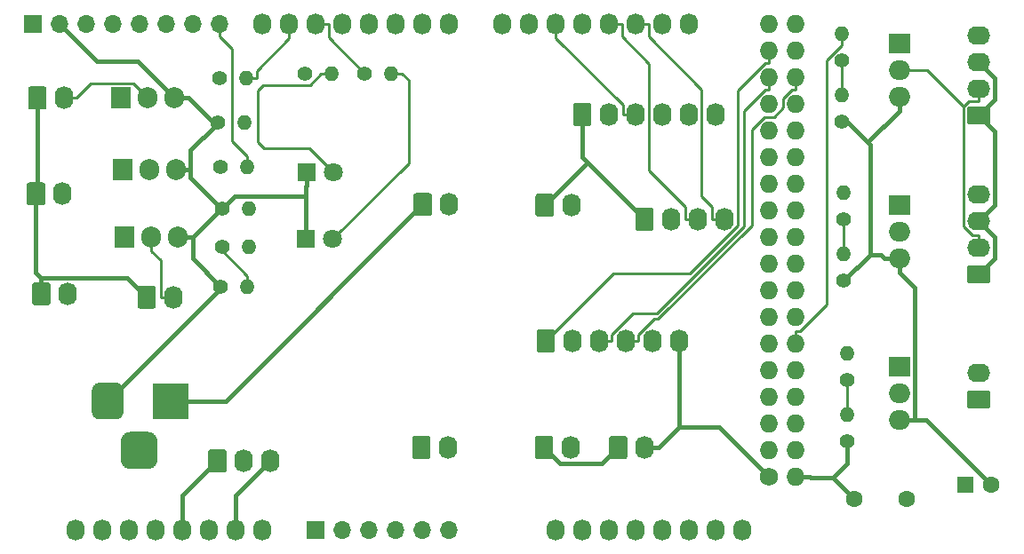
<source format=gbr>
G04 #@! TF.GenerationSoftware,KiCad,Pcbnew,(5.1.5-0-10_14)*
G04 #@! TF.CreationDate,2022-04-09T08:42:43+10:00*
G04 #@! TF.ProjectId,Hornet Forward Output Upper Shield,486f726e-6574-4204-966f-727761726420,rev?*
G04 #@! TF.SameCoordinates,Original*
G04 #@! TF.FileFunction,Copper,L2,Bot*
G04 #@! TF.FilePolarity,Positive*
%FSLAX46Y46*%
G04 Gerber Fmt 4.6, Leading zero omitted, Abs format (unit mm)*
G04 Created by KiCad (PCBNEW (5.1.5-0-10_14)) date 2022-04-09 08:42:43*
%MOMM*%
%LPD*%
G04 APERTURE LIST*
%ADD10O,1.740000X2.200000*%
%ADD11C,0.100000*%
%ADD12C,1.400000*%
%ADD13O,1.400000X1.400000*%
%ADD14O,1.905000X2.000000*%
%ADD15R,1.905000X2.000000*%
%ADD16O,2.000000X1.905000*%
%ADD17R,2.000000X1.905000*%
%ADD18C,1.600000*%
%ADD19R,1.600000X1.600000*%
%ADD20O,2.200000X1.740000*%
%ADD21R,3.500000X3.500000*%
%ADD22C,1.800000*%
%ADD23R,1.800000X1.800000*%
%ADD24O,1.700000X1.700000*%
%ADD25R,1.700000X1.700000*%
%ADD26C,1.727200*%
%ADD27O,1.727200X1.727200*%
%ADD28O,1.727200X2.032000*%
%ADD29C,0.450000*%
%ADD30C,0.250000*%
G04 APERTURE END LIST*
D10*
X188773000Y-101092000D03*
X186233000Y-101092000D03*
X183693000Y-101092000D03*
X181153000Y-101092000D03*
X178613000Y-101092000D03*
G04 #@! TA.AperFunction,ComponentPad*
D11*
G36*
X176717505Y-99993204D02*
G01*
X176741773Y-99996804D01*
X176765572Y-100002765D01*
X176788671Y-100011030D01*
X176810850Y-100021520D01*
X176831893Y-100034132D01*
X176851599Y-100048747D01*
X176869777Y-100065223D01*
X176886253Y-100083401D01*
X176900868Y-100103107D01*
X176913480Y-100124150D01*
X176923970Y-100146329D01*
X176932235Y-100169428D01*
X176938196Y-100193227D01*
X176941796Y-100217495D01*
X176943000Y-100241999D01*
X176943000Y-101942001D01*
X176941796Y-101966505D01*
X176938196Y-101990773D01*
X176932235Y-102014572D01*
X176923970Y-102037671D01*
X176913480Y-102059850D01*
X176900868Y-102080893D01*
X176886253Y-102100599D01*
X176869777Y-102118777D01*
X176851599Y-102135253D01*
X176831893Y-102149868D01*
X176810850Y-102162480D01*
X176788671Y-102172970D01*
X176765572Y-102181235D01*
X176741773Y-102187196D01*
X176717505Y-102190796D01*
X176693001Y-102192000D01*
X175452999Y-102192000D01*
X175428495Y-102190796D01*
X175404227Y-102187196D01*
X175380428Y-102181235D01*
X175357329Y-102172970D01*
X175335150Y-102162480D01*
X175314107Y-102149868D01*
X175294401Y-102135253D01*
X175276223Y-102118777D01*
X175259747Y-102100599D01*
X175245132Y-102080893D01*
X175232520Y-102059850D01*
X175222030Y-102037671D01*
X175213765Y-102014572D01*
X175207804Y-101990773D01*
X175204204Y-101966505D01*
X175203000Y-101942001D01*
X175203000Y-100241999D01*
X175204204Y-100217495D01*
X175207804Y-100193227D01*
X175213765Y-100169428D01*
X175222030Y-100146329D01*
X175232520Y-100124150D01*
X175245132Y-100103107D01*
X175259747Y-100083401D01*
X175276223Y-100065223D01*
X175294401Y-100048747D01*
X175314107Y-100034132D01*
X175335150Y-100021520D01*
X175357329Y-100011030D01*
X175380428Y-100002765D01*
X175404227Y-99996804D01*
X175428495Y-99993204D01*
X175452999Y-99992000D01*
X176693001Y-99992000D01*
X176717505Y-99993204D01*
G37*
G04 #@! TD.AperFunction*
D10*
X178447000Y-111252000D03*
G04 #@! TA.AperFunction,ComponentPad*
D11*
G36*
X176551505Y-110153204D02*
G01*
X176575773Y-110156804D01*
X176599572Y-110162765D01*
X176622671Y-110171030D01*
X176644850Y-110181520D01*
X176665893Y-110194132D01*
X176685599Y-110208747D01*
X176703777Y-110225223D01*
X176720253Y-110243401D01*
X176734868Y-110263107D01*
X176747480Y-110284150D01*
X176757970Y-110306329D01*
X176766235Y-110329428D01*
X176772196Y-110353227D01*
X176775796Y-110377495D01*
X176777000Y-110401999D01*
X176777000Y-112102001D01*
X176775796Y-112126505D01*
X176772196Y-112150773D01*
X176766235Y-112174572D01*
X176757970Y-112197671D01*
X176747480Y-112219850D01*
X176734868Y-112240893D01*
X176720253Y-112260599D01*
X176703777Y-112278777D01*
X176685599Y-112295253D01*
X176665893Y-112309868D01*
X176644850Y-112322480D01*
X176622671Y-112332970D01*
X176599572Y-112341235D01*
X176575773Y-112347196D01*
X176551505Y-112350796D01*
X176527001Y-112352000D01*
X175286999Y-112352000D01*
X175262495Y-112350796D01*
X175238227Y-112347196D01*
X175214428Y-112341235D01*
X175191329Y-112332970D01*
X175169150Y-112322480D01*
X175148107Y-112309868D01*
X175128401Y-112295253D01*
X175110223Y-112278777D01*
X175093747Y-112260599D01*
X175079132Y-112240893D01*
X175066520Y-112219850D01*
X175056030Y-112197671D01*
X175047765Y-112174572D01*
X175041804Y-112150773D01*
X175038204Y-112126505D01*
X175037000Y-112102001D01*
X175037000Y-110401999D01*
X175038204Y-110377495D01*
X175041804Y-110353227D01*
X175047765Y-110329428D01*
X175056030Y-110306329D01*
X175066520Y-110284150D01*
X175079132Y-110263107D01*
X175093747Y-110243401D01*
X175110223Y-110225223D01*
X175128401Y-110208747D01*
X175148107Y-110194132D01*
X175169150Y-110181520D01*
X175191329Y-110171030D01*
X175214428Y-110162765D01*
X175238227Y-110156804D01*
X175262495Y-110153204D01*
X175286999Y-110152000D01*
X176527001Y-110152000D01*
X176551505Y-110153204D01*
G37*
G04 #@! TD.AperFunction*
D10*
X166763000Y-111252000D03*
G04 #@! TA.AperFunction,ComponentPad*
D11*
G36*
X164867505Y-110153204D02*
G01*
X164891773Y-110156804D01*
X164915572Y-110162765D01*
X164938671Y-110171030D01*
X164960850Y-110181520D01*
X164981893Y-110194132D01*
X165001599Y-110208747D01*
X165019777Y-110225223D01*
X165036253Y-110243401D01*
X165050868Y-110263107D01*
X165063480Y-110284150D01*
X165073970Y-110306329D01*
X165082235Y-110329428D01*
X165088196Y-110353227D01*
X165091796Y-110377495D01*
X165093000Y-110401999D01*
X165093000Y-112102001D01*
X165091796Y-112126505D01*
X165088196Y-112150773D01*
X165082235Y-112174572D01*
X165073970Y-112197671D01*
X165063480Y-112219850D01*
X165050868Y-112240893D01*
X165036253Y-112260599D01*
X165019777Y-112278777D01*
X165001599Y-112295253D01*
X164981893Y-112309868D01*
X164960850Y-112322480D01*
X164938671Y-112332970D01*
X164915572Y-112341235D01*
X164891773Y-112347196D01*
X164867505Y-112350796D01*
X164843001Y-112352000D01*
X163602999Y-112352000D01*
X163578495Y-112350796D01*
X163554227Y-112347196D01*
X163530428Y-112341235D01*
X163507329Y-112332970D01*
X163485150Y-112322480D01*
X163464107Y-112309868D01*
X163444401Y-112295253D01*
X163426223Y-112278777D01*
X163409747Y-112260599D01*
X163395132Y-112240893D01*
X163382520Y-112219850D01*
X163372030Y-112197671D01*
X163363765Y-112174572D01*
X163357804Y-112150773D01*
X163354204Y-112126505D01*
X163353000Y-112102001D01*
X163353000Y-110401999D01*
X163354204Y-110377495D01*
X163357804Y-110353227D01*
X163363765Y-110329428D01*
X163372030Y-110306329D01*
X163382520Y-110284150D01*
X163395132Y-110263107D01*
X163409747Y-110243401D01*
X163426223Y-110225223D01*
X163444401Y-110208747D01*
X163464107Y-110194132D01*
X163485150Y-110181520D01*
X163507329Y-110171030D01*
X163530428Y-110162765D01*
X163554227Y-110156804D01*
X163578495Y-110153204D01*
X163602999Y-110152000D01*
X164843001Y-110152000D01*
X164867505Y-110153204D01*
G37*
G04 #@! TD.AperFunction*
D12*
X144844000Y-80264000D03*
D13*
X147384000Y-80264000D03*
D12*
X144970000Y-76009500D03*
D13*
X147510000Y-76009500D03*
D14*
X140652000Y-77851000D03*
X138112000Y-77851000D03*
D15*
X135572000Y-77851000D03*
D10*
X130175000Y-77914500D03*
G04 #@! TA.AperFunction,ComponentPad*
D11*
G36*
X128279505Y-76815704D02*
G01*
X128303773Y-76819304D01*
X128327572Y-76825265D01*
X128350671Y-76833530D01*
X128372850Y-76844020D01*
X128393893Y-76856632D01*
X128413599Y-76871247D01*
X128431777Y-76887723D01*
X128448253Y-76905901D01*
X128462868Y-76925607D01*
X128475480Y-76946650D01*
X128485970Y-76968829D01*
X128494235Y-76991928D01*
X128500196Y-77015727D01*
X128503796Y-77039995D01*
X128505000Y-77064499D01*
X128505000Y-78764501D01*
X128503796Y-78789005D01*
X128500196Y-78813273D01*
X128494235Y-78837072D01*
X128485970Y-78860171D01*
X128475480Y-78882350D01*
X128462868Y-78903393D01*
X128448253Y-78923099D01*
X128431777Y-78941277D01*
X128413599Y-78957753D01*
X128393893Y-78972368D01*
X128372850Y-78984980D01*
X128350671Y-78995470D01*
X128327572Y-79003735D01*
X128303773Y-79009696D01*
X128279505Y-79013296D01*
X128255001Y-79014500D01*
X127014999Y-79014500D01*
X126990495Y-79013296D01*
X126966227Y-79009696D01*
X126942428Y-79003735D01*
X126919329Y-78995470D01*
X126897150Y-78984980D01*
X126876107Y-78972368D01*
X126856401Y-78957753D01*
X126838223Y-78941277D01*
X126821747Y-78923099D01*
X126807132Y-78903393D01*
X126794520Y-78882350D01*
X126784030Y-78860171D01*
X126775765Y-78837072D01*
X126769804Y-78813273D01*
X126766204Y-78789005D01*
X126765000Y-78764501D01*
X126765000Y-77064499D01*
X126766204Y-77039995D01*
X126769804Y-77015727D01*
X126775765Y-76991928D01*
X126784030Y-76968829D01*
X126794520Y-76946650D01*
X126807132Y-76925607D01*
X126821747Y-76905901D01*
X126838223Y-76887723D01*
X126856401Y-76871247D01*
X126876107Y-76856632D01*
X126897150Y-76844020D01*
X126919329Y-76833530D01*
X126942428Y-76825265D01*
X126966227Y-76819304D01*
X126990495Y-76815704D01*
X127014999Y-76814500D01*
X128255001Y-76814500D01*
X128279505Y-76815704D01*
G37*
G04 #@! TD.AperFunction*
D14*
X141034000Y-91186000D03*
X138494000Y-91186000D03*
D15*
X135954000Y-91186000D03*
D16*
X209740000Y-108585000D03*
X209740000Y-106045000D03*
D17*
X209740000Y-103505000D03*
D14*
X140843000Y-84709000D03*
X138303000Y-84709000D03*
D15*
X135763000Y-84709000D03*
D16*
X209740000Y-93186200D03*
X209740000Y-90646200D03*
D17*
X209740000Y-88106200D03*
D16*
X209740000Y-77787500D03*
X209740000Y-75247500D03*
D17*
X209740000Y-72707500D03*
D12*
X145288000Y-88455500D03*
D13*
X147828000Y-88455500D03*
D12*
X204280000Y-80200500D03*
D13*
X204280000Y-77660500D03*
D12*
X204470000Y-95313500D03*
D13*
X204470000Y-92773500D03*
D12*
X145098000Y-95885000D03*
D13*
X147638000Y-95885000D03*
D12*
X204788000Y-110616000D03*
D13*
X204788000Y-108076000D03*
D18*
X205414000Y-116129000D03*
X210414000Y-116129000D03*
X218502000Y-114808000D03*
D19*
X216002000Y-114808000D03*
D10*
X140589000Y-96901000D03*
G04 #@! TA.AperFunction,ComponentPad*
D11*
G36*
X138693505Y-95802204D02*
G01*
X138717773Y-95805804D01*
X138741572Y-95811765D01*
X138764671Y-95820030D01*
X138786850Y-95830520D01*
X138807893Y-95843132D01*
X138827599Y-95857747D01*
X138845777Y-95874223D01*
X138862253Y-95892401D01*
X138876868Y-95912107D01*
X138889480Y-95933150D01*
X138899970Y-95955329D01*
X138908235Y-95978428D01*
X138914196Y-96002227D01*
X138917796Y-96026495D01*
X138919000Y-96050999D01*
X138919000Y-97751001D01*
X138917796Y-97775505D01*
X138914196Y-97799773D01*
X138908235Y-97823572D01*
X138899970Y-97846671D01*
X138889480Y-97868850D01*
X138876868Y-97889893D01*
X138862253Y-97909599D01*
X138845777Y-97927777D01*
X138827599Y-97944253D01*
X138807893Y-97958868D01*
X138786850Y-97971480D01*
X138764671Y-97981970D01*
X138741572Y-97990235D01*
X138717773Y-97996196D01*
X138693505Y-97999796D01*
X138669001Y-98001000D01*
X137428999Y-98001000D01*
X137404495Y-97999796D01*
X137380227Y-97996196D01*
X137356428Y-97990235D01*
X137333329Y-97981970D01*
X137311150Y-97971480D01*
X137290107Y-97958868D01*
X137270401Y-97944253D01*
X137252223Y-97927777D01*
X137235747Y-97909599D01*
X137221132Y-97889893D01*
X137208520Y-97868850D01*
X137198030Y-97846671D01*
X137189765Y-97823572D01*
X137183804Y-97799773D01*
X137180204Y-97775505D01*
X137179000Y-97751001D01*
X137179000Y-96050999D01*
X137180204Y-96026495D01*
X137183804Y-96002227D01*
X137189765Y-95978428D01*
X137198030Y-95955329D01*
X137208520Y-95933150D01*
X137221132Y-95912107D01*
X137235747Y-95892401D01*
X137252223Y-95874223D01*
X137270401Y-95857747D01*
X137290107Y-95843132D01*
X137311150Y-95830520D01*
X137333329Y-95820030D01*
X137356428Y-95811765D01*
X137380227Y-95805804D01*
X137404495Y-95802204D01*
X137428999Y-95801000D01*
X138669001Y-95801000D01*
X138693505Y-95802204D01*
G37*
G04 #@! TD.AperFunction*
D20*
X217297000Y-104140000D03*
G04 #@! TA.AperFunction,ComponentPad*
D11*
G36*
X218171505Y-105811204D02*
G01*
X218195773Y-105814804D01*
X218219572Y-105820765D01*
X218242671Y-105829030D01*
X218264850Y-105839520D01*
X218285893Y-105852132D01*
X218305599Y-105866747D01*
X218323777Y-105883223D01*
X218340253Y-105901401D01*
X218354868Y-105921107D01*
X218367480Y-105942150D01*
X218377970Y-105964329D01*
X218386235Y-105987428D01*
X218392196Y-106011227D01*
X218395796Y-106035495D01*
X218397000Y-106059999D01*
X218397000Y-107300001D01*
X218395796Y-107324505D01*
X218392196Y-107348773D01*
X218386235Y-107372572D01*
X218377970Y-107395671D01*
X218367480Y-107417850D01*
X218354868Y-107438893D01*
X218340253Y-107458599D01*
X218323777Y-107476777D01*
X218305599Y-107493253D01*
X218285893Y-107507868D01*
X218264850Y-107520480D01*
X218242671Y-107530970D01*
X218219572Y-107539235D01*
X218195773Y-107545196D01*
X218171505Y-107548796D01*
X218147001Y-107550000D01*
X216446999Y-107550000D01*
X216422495Y-107548796D01*
X216398227Y-107545196D01*
X216374428Y-107539235D01*
X216351329Y-107530970D01*
X216329150Y-107520480D01*
X216308107Y-107507868D01*
X216288401Y-107493253D01*
X216270223Y-107476777D01*
X216253747Y-107458599D01*
X216239132Y-107438893D01*
X216226520Y-107417850D01*
X216216030Y-107395671D01*
X216207765Y-107372572D01*
X216201804Y-107348773D01*
X216198204Y-107324505D01*
X216197000Y-107300001D01*
X216197000Y-106059999D01*
X216198204Y-106035495D01*
X216201804Y-106011227D01*
X216207765Y-105987428D01*
X216216030Y-105964329D01*
X216226520Y-105942150D01*
X216239132Y-105921107D01*
X216253747Y-105901401D01*
X216270223Y-105883223D01*
X216288401Y-105866747D01*
X216308107Y-105852132D01*
X216329150Y-105839520D01*
X216351329Y-105829030D01*
X216374428Y-105820765D01*
X216398227Y-105814804D01*
X216422495Y-105811204D01*
X216446999Y-105810000D01*
X218147001Y-105810000D01*
X218171505Y-105811204D01*
G37*
G04 #@! TD.AperFunction*
D12*
X145224000Y-92138500D03*
D13*
X147764000Y-92138500D03*
D12*
X204788000Y-104774000D03*
D13*
X204788000Y-102234000D03*
D12*
X145098000Y-84455000D03*
D13*
X147638000Y-84455000D03*
D12*
X204470000Y-89471500D03*
D13*
X204470000Y-86931500D03*
D12*
X204280000Y-74358500D03*
D13*
X204280000Y-71818500D03*
D20*
X217297000Y-71945500D03*
X217297000Y-74485500D03*
X217297000Y-77025500D03*
G04 #@! TA.AperFunction,ComponentPad*
D11*
G36*
X218171505Y-78696704D02*
G01*
X218195773Y-78700304D01*
X218219572Y-78706265D01*
X218242671Y-78714530D01*
X218264850Y-78725020D01*
X218285893Y-78737632D01*
X218305599Y-78752247D01*
X218323777Y-78768723D01*
X218340253Y-78786901D01*
X218354868Y-78806607D01*
X218367480Y-78827650D01*
X218377970Y-78849829D01*
X218386235Y-78872928D01*
X218392196Y-78896727D01*
X218395796Y-78920995D01*
X218397000Y-78945499D01*
X218397000Y-80185501D01*
X218395796Y-80210005D01*
X218392196Y-80234273D01*
X218386235Y-80258072D01*
X218377970Y-80281171D01*
X218367480Y-80303350D01*
X218354868Y-80324393D01*
X218340253Y-80344099D01*
X218323777Y-80362277D01*
X218305599Y-80378753D01*
X218285893Y-80393368D01*
X218264850Y-80405980D01*
X218242671Y-80416470D01*
X218219572Y-80424735D01*
X218195773Y-80430696D01*
X218171505Y-80434296D01*
X218147001Y-80435500D01*
X216446999Y-80435500D01*
X216422495Y-80434296D01*
X216398227Y-80430696D01*
X216374428Y-80424735D01*
X216351329Y-80416470D01*
X216329150Y-80405980D01*
X216308107Y-80393368D01*
X216288401Y-80378753D01*
X216270223Y-80362277D01*
X216253747Y-80344099D01*
X216239132Y-80324393D01*
X216226520Y-80303350D01*
X216216030Y-80281171D01*
X216207765Y-80258072D01*
X216201804Y-80234273D01*
X216198204Y-80210005D01*
X216197000Y-80185501D01*
X216197000Y-78945499D01*
X216198204Y-78920995D01*
X216201804Y-78896727D01*
X216207765Y-78872928D01*
X216216030Y-78849829D01*
X216226520Y-78827650D01*
X216239132Y-78806607D01*
X216253747Y-78786901D01*
X216270223Y-78768723D01*
X216288401Y-78752247D01*
X216308107Y-78737632D01*
X216329150Y-78725020D01*
X216351329Y-78714530D01*
X216374428Y-78706265D01*
X216398227Y-78700304D01*
X216422495Y-78696704D01*
X216446999Y-78695500D01*
X218147001Y-78695500D01*
X218171505Y-78696704D01*
G37*
G04 #@! TD.AperFunction*
D10*
X130048000Y-87058500D03*
G04 #@! TA.AperFunction,ComponentPad*
D11*
G36*
X128152505Y-85959704D02*
G01*
X128176773Y-85963304D01*
X128200572Y-85969265D01*
X128223671Y-85977530D01*
X128245850Y-85988020D01*
X128266893Y-86000632D01*
X128286599Y-86015247D01*
X128304777Y-86031723D01*
X128321253Y-86049901D01*
X128335868Y-86069607D01*
X128348480Y-86090650D01*
X128358970Y-86112829D01*
X128367235Y-86135928D01*
X128373196Y-86159727D01*
X128376796Y-86183995D01*
X128378000Y-86208499D01*
X128378000Y-87908501D01*
X128376796Y-87933005D01*
X128373196Y-87957273D01*
X128367235Y-87981072D01*
X128358970Y-88004171D01*
X128348480Y-88026350D01*
X128335868Y-88047393D01*
X128321253Y-88067099D01*
X128304777Y-88085277D01*
X128286599Y-88101753D01*
X128266893Y-88116368D01*
X128245850Y-88128980D01*
X128223671Y-88139470D01*
X128200572Y-88147735D01*
X128176773Y-88153696D01*
X128152505Y-88157296D01*
X128128001Y-88158500D01*
X126887999Y-88158500D01*
X126863495Y-88157296D01*
X126839227Y-88153696D01*
X126815428Y-88147735D01*
X126792329Y-88139470D01*
X126770150Y-88128980D01*
X126749107Y-88116368D01*
X126729401Y-88101753D01*
X126711223Y-88085277D01*
X126694747Y-88067099D01*
X126680132Y-88047393D01*
X126667520Y-88026350D01*
X126657030Y-88004171D01*
X126648765Y-87981072D01*
X126642804Y-87957273D01*
X126639204Y-87933005D01*
X126638000Y-87908501D01*
X126638000Y-86208499D01*
X126639204Y-86183995D01*
X126642804Y-86159727D01*
X126648765Y-86135928D01*
X126657030Y-86112829D01*
X126667520Y-86090650D01*
X126680132Y-86069607D01*
X126694747Y-86049901D01*
X126711223Y-86031723D01*
X126729401Y-86015247D01*
X126749107Y-86000632D01*
X126770150Y-85988020D01*
X126792329Y-85977530D01*
X126815428Y-85969265D01*
X126839227Y-85963304D01*
X126863495Y-85959704D01*
X126887999Y-85958500D01*
X128128001Y-85958500D01*
X128152505Y-85959704D01*
G37*
G04 #@! TD.AperFunction*
D20*
X217297000Y-87122000D03*
X217297000Y-89662000D03*
X217297000Y-92202000D03*
G04 #@! TA.AperFunction,ComponentPad*
D11*
G36*
X218171505Y-93873204D02*
G01*
X218195773Y-93876804D01*
X218219572Y-93882765D01*
X218242671Y-93891030D01*
X218264850Y-93901520D01*
X218285893Y-93914132D01*
X218305599Y-93928747D01*
X218323777Y-93945223D01*
X218340253Y-93963401D01*
X218354868Y-93983107D01*
X218367480Y-94004150D01*
X218377970Y-94026329D01*
X218386235Y-94049428D01*
X218392196Y-94073227D01*
X218395796Y-94097495D01*
X218397000Y-94121999D01*
X218397000Y-95362001D01*
X218395796Y-95386505D01*
X218392196Y-95410773D01*
X218386235Y-95434572D01*
X218377970Y-95457671D01*
X218367480Y-95479850D01*
X218354868Y-95500893D01*
X218340253Y-95520599D01*
X218323777Y-95538777D01*
X218305599Y-95555253D01*
X218285893Y-95569868D01*
X218264850Y-95582480D01*
X218242671Y-95592970D01*
X218219572Y-95601235D01*
X218195773Y-95607196D01*
X218171505Y-95610796D01*
X218147001Y-95612000D01*
X216446999Y-95612000D01*
X216422495Y-95610796D01*
X216398227Y-95607196D01*
X216374428Y-95601235D01*
X216351329Y-95592970D01*
X216329150Y-95582480D01*
X216308107Y-95569868D01*
X216288401Y-95555253D01*
X216270223Y-95538777D01*
X216253747Y-95520599D01*
X216239132Y-95500893D01*
X216226520Y-95479850D01*
X216216030Y-95457671D01*
X216207765Y-95434572D01*
X216201804Y-95410773D01*
X216198204Y-95386505D01*
X216197000Y-95362001D01*
X216197000Y-94121999D01*
X216198204Y-94097495D01*
X216201804Y-94073227D01*
X216207765Y-94049428D01*
X216216030Y-94026329D01*
X216226520Y-94004150D01*
X216239132Y-93983107D01*
X216253747Y-93963401D01*
X216270223Y-93945223D01*
X216288401Y-93928747D01*
X216308107Y-93914132D01*
X216329150Y-93901520D01*
X216351329Y-93891030D01*
X216374428Y-93882765D01*
X216398227Y-93876804D01*
X216422495Y-93873204D01*
X216446999Y-93872000D01*
X218147001Y-93872000D01*
X218171505Y-93873204D01*
G37*
G04 #@! TD.AperFunction*
D10*
X130556000Y-96583500D03*
G04 #@! TA.AperFunction,ComponentPad*
D11*
G36*
X128660505Y-95484704D02*
G01*
X128684773Y-95488304D01*
X128708572Y-95494265D01*
X128731671Y-95502530D01*
X128753850Y-95513020D01*
X128774893Y-95525632D01*
X128794599Y-95540247D01*
X128812777Y-95556723D01*
X128829253Y-95574901D01*
X128843868Y-95594607D01*
X128856480Y-95615650D01*
X128866970Y-95637829D01*
X128875235Y-95660928D01*
X128881196Y-95684727D01*
X128884796Y-95708995D01*
X128886000Y-95733499D01*
X128886000Y-97433501D01*
X128884796Y-97458005D01*
X128881196Y-97482273D01*
X128875235Y-97506072D01*
X128866970Y-97529171D01*
X128856480Y-97551350D01*
X128843868Y-97572393D01*
X128829253Y-97592099D01*
X128812777Y-97610277D01*
X128794599Y-97626753D01*
X128774893Y-97641368D01*
X128753850Y-97653980D01*
X128731671Y-97664470D01*
X128708572Y-97672735D01*
X128684773Y-97678696D01*
X128660505Y-97682296D01*
X128636001Y-97683500D01*
X127395999Y-97683500D01*
X127371495Y-97682296D01*
X127347227Y-97678696D01*
X127323428Y-97672735D01*
X127300329Y-97664470D01*
X127278150Y-97653980D01*
X127257107Y-97641368D01*
X127237401Y-97626753D01*
X127219223Y-97610277D01*
X127202747Y-97592099D01*
X127188132Y-97572393D01*
X127175520Y-97551350D01*
X127165030Y-97529171D01*
X127156765Y-97506072D01*
X127150804Y-97482273D01*
X127147204Y-97458005D01*
X127146000Y-97433501D01*
X127146000Y-95733499D01*
X127147204Y-95708995D01*
X127150804Y-95684727D01*
X127156765Y-95660928D01*
X127165030Y-95637829D01*
X127175520Y-95615650D01*
X127188132Y-95594607D01*
X127202747Y-95574901D01*
X127219223Y-95556723D01*
X127237401Y-95540247D01*
X127257107Y-95525632D01*
X127278150Y-95513020D01*
X127300329Y-95502530D01*
X127323428Y-95494265D01*
X127347227Y-95488304D01*
X127371495Y-95484704D01*
X127395999Y-95483500D01*
X128636001Y-95483500D01*
X128660505Y-95484704D01*
G37*
G04 #@! TD.AperFunction*
D10*
X185496000Y-111252000D03*
G04 #@! TA.AperFunction,ComponentPad*
D11*
G36*
X183600505Y-110153204D02*
G01*
X183624773Y-110156804D01*
X183648572Y-110162765D01*
X183671671Y-110171030D01*
X183693850Y-110181520D01*
X183714893Y-110194132D01*
X183734599Y-110208747D01*
X183752777Y-110225223D01*
X183769253Y-110243401D01*
X183783868Y-110263107D01*
X183796480Y-110284150D01*
X183806970Y-110306329D01*
X183815235Y-110329428D01*
X183821196Y-110353227D01*
X183824796Y-110377495D01*
X183826000Y-110401999D01*
X183826000Y-112102001D01*
X183824796Y-112126505D01*
X183821196Y-112150773D01*
X183815235Y-112174572D01*
X183806970Y-112197671D01*
X183796480Y-112219850D01*
X183783868Y-112240893D01*
X183769253Y-112260599D01*
X183752777Y-112278777D01*
X183734599Y-112295253D01*
X183714893Y-112309868D01*
X183693850Y-112322480D01*
X183671671Y-112332970D01*
X183648572Y-112341235D01*
X183624773Y-112347196D01*
X183600505Y-112350796D01*
X183576001Y-112352000D01*
X182335999Y-112352000D01*
X182311495Y-112350796D01*
X182287227Y-112347196D01*
X182263428Y-112341235D01*
X182240329Y-112332970D01*
X182218150Y-112322480D01*
X182197107Y-112309868D01*
X182177401Y-112295253D01*
X182159223Y-112278777D01*
X182142747Y-112260599D01*
X182128132Y-112240893D01*
X182115520Y-112219850D01*
X182105030Y-112197671D01*
X182096765Y-112174572D01*
X182090804Y-112150773D01*
X182087204Y-112126505D01*
X182086000Y-112102001D01*
X182086000Y-110401999D01*
X182087204Y-110377495D01*
X182090804Y-110353227D01*
X182096765Y-110329428D01*
X182105030Y-110306329D01*
X182115520Y-110284150D01*
X182128132Y-110263107D01*
X182142747Y-110243401D01*
X182159223Y-110225223D01*
X182177401Y-110208747D01*
X182197107Y-110194132D01*
X182218150Y-110181520D01*
X182240329Y-110171030D01*
X182263428Y-110162765D01*
X182287227Y-110156804D01*
X182311495Y-110153204D01*
X182335999Y-110152000D01*
X183576001Y-110152000D01*
X183600505Y-110153204D01*
G37*
G04 #@! TD.AperFunction*
D10*
X149860000Y-112522000D03*
X147320000Y-112522000D03*
G04 #@! TA.AperFunction,ComponentPad*
D11*
G36*
X145424505Y-111423204D02*
G01*
X145448773Y-111426804D01*
X145472572Y-111432765D01*
X145495671Y-111441030D01*
X145517850Y-111451520D01*
X145538893Y-111464132D01*
X145558599Y-111478747D01*
X145576777Y-111495223D01*
X145593253Y-111513401D01*
X145607868Y-111533107D01*
X145620480Y-111554150D01*
X145630970Y-111576329D01*
X145639235Y-111599428D01*
X145645196Y-111623227D01*
X145648796Y-111647495D01*
X145650000Y-111671999D01*
X145650000Y-113372001D01*
X145648796Y-113396505D01*
X145645196Y-113420773D01*
X145639235Y-113444572D01*
X145630970Y-113467671D01*
X145620480Y-113489850D01*
X145607868Y-113510893D01*
X145593253Y-113530599D01*
X145576777Y-113548777D01*
X145558599Y-113565253D01*
X145538893Y-113579868D01*
X145517850Y-113592480D01*
X145495671Y-113602970D01*
X145472572Y-113611235D01*
X145448773Y-113617196D01*
X145424505Y-113620796D01*
X145400001Y-113622000D01*
X144159999Y-113622000D01*
X144135495Y-113620796D01*
X144111227Y-113617196D01*
X144087428Y-113611235D01*
X144064329Y-113602970D01*
X144042150Y-113592480D01*
X144021107Y-113579868D01*
X144001401Y-113565253D01*
X143983223Y-113548777D01*
X143966747Y-113530599D01*
X143952132Y-113510893D01*
X143939520Y-113489850D01*
X143929030Y-113467671D01*
X143920765Y-113444572D01*
X143914804Y-113420773D01*
X143911204Y-113396505D01*
X143910000Y-113372001D01*
X143910000Y-111671999D01*
X143911204Y-111647495D01*
X143914804Y-111623227D01*
X143920765Y-111599428D01*
X143929030Y-111576329D01*
X143939520Y-111554150D01*
X143952132Y-111533107D01*
X143966747Y-111513401D01*
X143983223Y-111495223D01*
X144001401Y-111478747D01*
X144021107Y-111464132D01*
X144042150Y-111451520D01*
X144064329Y-111441030D01*
X144087428Y-111432765D01*
X144111227Y-111426804D01*
X144135495Y-111423204D01*
X144159999Y-111422000D01*
X145400001Y-111422000D01*
X145424505Y-111423204D01*
G37*
G04 #@! TD.AperFunction*
D10*
X166878000Y-88074500D03*
G04 #@! TA.AperFunction,ComponentPad*
D11*
G36*
X164982505Y-86975704D02*
G01*
X165006773Y-86979304D01*
X165030572Y-86985265D01*
X165053671Y-86993530D01*
X165075850Y-87004020D01*
X165096893Y-87016632D01*
X165116599Y-87031247D01*
X165134777Y-87047723D01*
X165151253Y-87065901D01*
X165165868Y-87085607D01*
X165178480Y-87106650D01*
X165188970Y-87128829D01*
X165197235Y-87151928D01*
X165203196Y-87175727D01*
X165206796Y-87199995D01*
X165208000Y-87224499D01*
X165208000Y-88924501D01*
X165206796Y-88949005D01*
X165203196Y-88973273D01*
X165197235Y-88997072D01*
X165188970Y-89020171D01*
X165178480Y-89042350D01*
X165165868Y-89063393D01*
X165151253Y-89083099D01*
X165134777Y-89101277D01*
X165116599Y-89117753D01*
X165096893Y-89132368D01*
X165075850Y-89144980D01*
X165053671Y-89155470D01*
X165030572Y-89163735D01*
X165006773Y-89169696D01*
X164982505Y-89173296D01*
X164958001Y-89174500D01*
X163717999Y-89174500D01*
X163693495Y-89173296D01*
X163669227Y-89169696D01*
X163645428Y-89163735D01*
X163622329Y-89155470D01*
X163600150Y-89144980D01*
X163579107Y-89132368D01*
X163559401Y-89117753D01*
X163541223Y-89101277D01*
X163524747Y-89083099D01*
X163510132Y-89063393D01*
X163497520Y-89042350D01*
X163487030Y-89020171D01*
X163478765Y-88997072D01*
X163472804Y-88973273D01*
X163469204Y-88949005D01*
X163468000Y-88924501D01*
X163468000Y-87224499D01*
X163469204Y-87199995D01*
X163472804Y-87175727D01*
X163478765Y-87151928D01*
X163487030Y-87128829D01*
X163497520Y-87106650D01*
X163510132Y-87085607D01*
X163524747Y-87065901D01*
X163541223Y-87047723D01*
X163559401Y-87031247D01*
X163579107Y-87016632D01*
X163600150Y-87004020D01*
X163622329Y-86993530D01*
X163645428Y-86985265D01*
X163669227Y-86979304D01*
X163693495Y-86975704D01*
X163717999Y-86974500D01*
X164958001Y-86974500D01*
X164982505Y-86975704D01*
G37*
G04 #@! TD.AperFunction*
G04 #@! TA.AperFunction,ComponentPad*
G36*
X138295765Y-109761213D02*
G01*
X138380704Y-109773813D01*
X138463999Y-109794677D01*
X138544848Y-109823605D01*
X138622472Y-109860319D01*
X138696124Y-109904464D01*
X138765094Y-109955616D01*
X138828718Y-110013282D01*
X138886384Y-110076906D01*
X138937536Y-110145876D01*
X138981681Y-110219528D01*
X139018395Y-110297152D01*
X139047323Y-110378001D01*
X139068187Y-110461296D01*
X139080787Y-110546235D01*
X139085000Y-110632000D01*
X139085000Y-112382000D01*
X139080787Y-112467765D01*
X139068187Y-112552704D01*
X139047323Y-112635999D01*
X139018395Y-112716848D01*
X138981681Y-112794472D01*
X138937536Y-112868124D01*
X138886384Y-112937094D01*
X138828718Y-113000718D01*
X138765094Y-113058384D01*
X138696124Y-113109536D01*
X138622472Y-113153681D01*
X138544848Y-113190395D01*
X138463999Y-113219323D01*
X138380704Y-113240187D01*
X138295765Y-113252787D01*
X138210000Y-113257000D01*
X136460000Y-113257000D01*
X136374235Y-113252787D01*
X136289296Y-113240187D01*
X136206001Y-113219323D01*
X136125152Y-113190395D01*
X136047528Y-113153681D01*
X135973876Y-113109536D01*
X135904906Y-113058384D01*
X135841282Y-113000718D01*
X135783616Y-112937094D01*
X135732464Y-112868124D01*
X135688319Y-112794472D01*
X135651605Y-112716848D01*
X135622677Y-112635999D01*
X135601813Y-112552704D01*
X135589213Y-112467765D01*
X135585000Y-112382000D01*
X135585000Y-110632000D01*
X135589213Y-110546235D01*
X135601813Y-110461296D01*
X135622677Y-110378001D01*
X135651605Y-110297152D01*
X135688319Y-110219528D01*
X135732464Y-110145876D01*
X135783616Y-110076906D01*
X135841282Y-110013282D01*
X135904906Y-109955616D01*
X135973876Y-109904464D01*
X136047528Y-109860319D01*
X136125152Y-109823605D01*
X136206001Y-109794677D01*
X136289296Y-109773813D01*
X136374235Y-109761213D01*
X136460000Y-109757000D01*
X138210000Y-109757000D01*
X138295765Y-109761213D01*
G37*
G04 #@! TD.AperFunction*
G04 #@! TA.AperFunction,ComponentPad*
G36*
X135158513Y-105060611D02*
G01*
X135231318Y-105071411D01*
X135302714Y-105089295D01*
X135372013Y-105114090D01*
X135438548Y-105145559D01*
X135501678Y-105183398D01*
X135560795Y-105227242D01*
X135615330Y-105276670D01*
X135664758Y-105331205D01*
X135708602Y-105390322D01*
X135746441Y-105453452D01*
X135777910Y-105519987D01*
X135802705Y-105589286D01*
X135820589Y-105660682D01*
X135831389Y-105733487D01*
X135835000Y-105807000D01*
X135835000Y-107807000D01*
X135831389Y-107880513D01*
X135820589Y-107953318D01*
X135802705Y-108024714D01*
X135777910Y-108094013D01*
X135746441Y-108160548D01*
X135708602Y-108223678D01*
X135664758Y-108282795D01*
X135615330Y-108337330D01*
X135560795Y-108386758D01*
X135501678Y-108430602D01*
X135438548Y-108468441D01*
X135372013Y-108499910D01*
X135302714Y-108524705D01*
X135231318Y-108542589D01*
X135158513Y-108553389D01*
X135085000Y-108557000D01*
X133585000Y-108557000D01*
X133511487Y-108553389D01*
X133438682Y-108542589D01*
X133367286Y-108524705D01*
X133297987Y-108499910D01*
X133231452Y-108468441D01*
X133168322Y-108430602D01*
X133109205Y-108386758D01*
X133054670Y-108337330D01*
X133005242Y-108282795D01*
X132961398Y-108223678D01*
X132923559Y-108160548D01*
X132892090Y-108094013D01*
X132867295Y-108024714D01*
X132849411Y-107953318D01*
X132838611Y-107880513D01*
X132835000Y-107807000D01*
X132835000Y-105807000D01*
X132838611Y-105733487D01*
X132849411Y-105660682D01*
X132867295Y-105589286D01*
X132892090Y-105519987D01*
X132923559Y-105453452D01*
X132961398Y-105390322D01*
X133005242Y-105331205D01*
X133054670Y-105276670D01*
X133109205Y-105227242D01*
X133168322Y-105183398D01*
X133231452Y-105145559D01*
X133297987Y-105114090D01*
X133367286Y-105089295D01*
X133438682Y-105071411D01*
X133511487Y-105060611D01*
X133585000Y-105057000D01*
X135085000Y-105057000D01*
X135158513Y-105060611D01*
G37*
G04 #@! TD.AperFunction*
D21*
X140335000Y-106807000D03*
D10*
X193078000Y-89484200D03*
X190538000Y-89484200D03*
X187998000Y-89484200D03*
G04 #@! TA.AperFunction,ComponentPad*
D11*
G36*
X186102505Y-88385404D02*
G01*
X186126773Y-88389004D01*
X186150572Y-88394965D01*
X186173671Y-88403230D01*
X186195850Y-88413720D01*
X186216893Y-88426332D01*
X186236599Y-88440947D01*
X186254777Y-88457423D01*
X186271253Y-88475601D01*
X186285868Y-88495307D01*
X186298480Y-88516350D01*
X186308970Y-88538529D01*
X186317235Y-88561628D01*
X186323196Y-88585427D01*
X186326796Y-88609695D01*
X186328000Y-88634199D01*
X186328000Y-90334201D01*
X186326796Y-90358705D01*
X186323196Y-90382973D01*
X186317235Y-90406772D01*
X186308970Y-90429871D01*
X186298480Y-90452050D01*
X186285868Y-90473093D01*
X186271253Y-90492799D01*
X186254777Y-90510977D01*
X186236599Y-90527453D01*
X186216893Y-90542068D01*
X186195850Y-90554680D01*
X186173671Y-90565170D01*
X186150572Y-90573435D01*
X186126773Y-90579396D01*
X186102505Y-90582996D01*
X186078001Y-90584200D01*
X184837999Y-90584200D01*
X184813495Y-90582996D01*
X184789227Y-90579396D01*
X184765428Y-90573435D01*
X184742329Y-90565170D01*
X184720150Y-90554680D01*
X184699107Y-90542068D01*
X184679401Y-90527453D01*
X184661223Y-90510977D01*
X184644747Y-90492799D01*
X184630132Y-90473093D01*
X184617520Y-90452050D01*
X184607030Y-90429871D01*
X184598765Y-90406772D01*
X184592804Y-90382973D01*
X184589204Y-90358705D01*
X184588000Y-90334201D01*
X184588000Y-88634199D01*
X184589204Y-88609695D01*
X184592804Y-88585427D01*
X184598765Y-88561628D01*
X184607030Y-88538529D01*
X184617520Y-88516350D01*
X184630132Y-88495307D01*
X184644747Y-88475601D01*
X184661223Y-88457423D01*
X184679401Y-88440947D01*
X184699107Y-88426332D01*
X184720150Y-88413720D01*
X184742329Y-88403230D01*
X184765428Y-88394965D01*
X184789227Y-88389004D01*
X184813495Y-88385404D01*
X184837999Y-88384200D01*
X186078001Y-88384200D01*
X186102505Y-88385404D01*
G37*
G04 #@! TD.AperFunction*
D12*
X158814000Y-75565000D03*
D13*
X161354000Y-75565000D03*
D12*
X153162000Y-75628500D03*
D13*
X155702000Y-75628500D03*
D10*
X192227000Y-79502000D03*
X189687000Y-79502000D03*
X187147000Y-79502000D03*
X184607000Y-79502000D03*
X182067000Y-79502000D03*
G04 #@! TA.AperFunction,ComponentPad*
D11*
G36*
X180171505Y-78403204D02*
G01*
X180195773Y-78406804D01*
X180219572Y-78412765D01*
X180242671Y-78421030D01*
X180264850Y-78431520D01*
X180285893Y-78444132D01*
X180305599Y-78458747D01*
X180323777Y-78475223D01*
X180340253Y-78493401D01*
X180354868Y-78513107D01*
X180367480Y-78534150D01*
X180377970Y-78556329D01*
X180386235Y-78579428D01*
X180392196Y-78603227D01*
X180395796Y-78627495D01*
X180397000Y-78651999D01*
X180397000Y-80352001D01*
X180395796Y-80376505D01*
X180392196Y-80400773D01*
X180386235Y-80424572D01*
X180377970Y-80447671D01*
X180367480Y-80469850D01*
X180354868Y-80490893D01*
X180340253Y-80510599D01*
X180323777Y-80528777D01*
X180305599Y-80545253D01*
X180285893Y-80559868D01*
X180264850Y-80572480D01*
X180242671Y-80582970D01*
X180219572Y-80591235D01*
X180195773Y-80597196D01*
X180171505Y-80600796D01*
X180147001Y-80602000D01*
X178906999Y-80602000D01*
X178882495Y-80600796D01*
X178858227Y-80597196D01*
X178834428Y-80591235D01*
X178811329Y-80582970D01*
X178789150Y-80572480D01*
X178768107Y-80559868D01*
X178748401Y-80545253D01*
X178730223Y-80528777D01*
X178713747Y-80510599D01*
X178699132Y-80490893D01*
X178686520Y-80469850D01*
X178676030Y-80447671D01*
X178667765Y-80424572D01*
X178661804Y-80400773D01*
X178658204Y-80376505D01*
X178657000Y-80352001D01*
X178657000Y-78651999D01*
X178658204Y-78627495D01*
X178661804Y-78603227D01*
X178667765Y-78579428D01*
X178676030Y-78556329D01*
X178686520Y-78534150D01*
X178699132Y-78513107D01*
X178713747Y-78493401D01*
X178730223Y-78475223D01*
X178748401Y-78458747D01*
X178768107Y-78444132D01*
X178789150Y-78431520D01*
X178811329Y-78421030D01*
X178834428Y-78412765D01*
X178858227Y-78406804D01*
X178882495Y-78403204D01*
X178906999Y-78402000D01*
X180147001Y-78402000D01*
X180171505Y-78403204D01*
G37*
G04 #@! TD.AperFunction*
D10*
X178498000Y-88138000D03*
G04 #@! TA.AperFunction,ComponentPad*
D11*
G36*
X176602505Y-87039204D02*
G01*
X176626773Y-87042804D01*
X176650572Y-87048765D01*
X176673671Y-87057030D01*
X176695850Y-87067520D01*
X176716893Y-87080132D01*
X176736599Y-87094747D01*
X176754777Y-87111223D01*
X176771253Y-87129401D01*
X176785868Y-87149107D01*
X176798480Y-87170150D01*
X176808970Y-87192329D01*
X176817235Y-87215428D01*
X176823196Y-87239227D01*
X176826796Y-87263495D01*
X176828000Y-87287999D01*
X176828000Y-88988001D01*
X176826796Y-89012505D01*
X176823196Y-89036773D01*
X176817235Y-89060572D01*
X176808970Y-89083671D01*
X176798480Y-89105850D01*
X176785868Y-89126893D01*
X176771253Y-89146599D01*
X176754777Y-89164777D01*
X176736599Y-89181253D01*
X176716893Y-89195868D01*
X176695850Y-89208480D01*
X176673671Y-89218970D01*
X176650572Y-89227235D01*
X176626773Y-89233196D01*
X176602505Y-89236796D01*
X176578001Y-89238000D01*
X175337999Y-89238000D01*
X175313495Y-89236796D01*
X175289227Y-89233196D01*
X175265428Y-89227235D01*
X175242329Y-89218970D01*
X175220150Y-89208480D01*
X175199107Y-89195868D01*
X175179401Y-89181253D01*
X175161223Y-89164777D01*
X175144747Y-89146599D01*
X175130132Y-89126893D01*
X175117520Y-89105850D01*
X175107030Y-89083671D01*
X175098765Y-89060572D01*
X175092804Y-89036773D01*
X175089204Y-89012505D01*
X175088000Y-88988001D01*
X175088000Y-87287999D01*
X175089204Y-87263495D01*
X175092804Y-87239227D01*
X175098765Y-87215428D01*
X175107030Y-87192329D01*
X175117520Y-87170150D01*
X175130132Y-87149107D01*
X175144747Y-87129401D01*
X175161223Y-87111223D01*
X175179401Y-87094747D01*
X175199107Y-87080132D01*
X175220150Y-87067520D01*
X175242329Y-87057030D01*
X175265428Y-87048765D01*
X175289227Y-87042804D01*
X175313495Y-87039204D01*
X175337999Y-87038000D01*
X176578001Y-87038000D01*
X176602505Y-87039204D01*
G37*
G04 #@! TD.AperFunction*
D22*
X155766000Y-91376500D03*
D23*
X153226000Y-91376500D03*
D22*
X155829000Y-84963000D03*
D23*
X153289000Y-84963000D03*
D24*
X145034000Y-70866000D03*
X142494000Y-70866000D03*
X139954000Y-70866000D03*
X137414000Y-70866000D03*
X134874000Y-70866000D03*
X132334000Y-70866000D03*
X129794000Y-70866000D03*
D25*
X127254000Y-70866000D03*
D24*
X166878000Y-119126000D03*
X164338000Y-119126000D03*
X161798000Y-119126000D03*
X159258000Y-119126000D03*
X156718000Y-119126000D03*
D25*
X154178000Y-119126000D03*
D26*
X197358000Y-114046000D03*
D27*
X199898000Y-114046000D03*
X197358000Y-111506000D03*
X199898000Y-111506000D03*
X197358000Y-108966000D03*
X199898000Y-108966000D03*
X197358000Y-106426000D03*
X199898000Y-106426000D03*
X197358000Y-103886000D03*
X199898000Y-103886000D03*
X197358000Y-101346000D03*
X199898000Y-101346000D03*
X197358000Y-98806000D03*
X199898000Y-98806000D03*
X197358000Y-96266000D03*
X199898000Y-96266000D03*
X197358000Y-93726000D03*
X199898000Y-93726000D03*
X197358000Y-91186000D03*
X199898000Y-91186000D03*
X197358000Y-88646000D03*
X199898000Y-88646000D03*
X197358000Y-86106000D03*
X199898000Y-86106000D03*
X197358000Y-83566000D03*
X199898000Y-83566000D03*
X197358000Y-81026000D03*
X199898000Y-81026000D03*
X197358000Y-78486000D03*
X199898000Y-78486000D03*
X197358000Y-75946000D03*
X199898000Y-75946000D03*
X197358000Y-73406000D03*
X199898000Y-73406000D03*
X197358000Y-70866000D03*
X199898000Y-70866000D03*
D28*
X131318000Y-119126000D03*
X133858000Y-119126000D03*
X136398000Y-119126000D03*
X138938000Y-119126000D03*
X141478000Y-119126000D03*
X144018000Y-119126000D03*
X146558000Y-119126000D03*
X149098000Y-119126000D03*
X177038000Y-119126000D03*
X179578000Y-119126000D03*
X182118000Y-119126000D03*
X184658000Y-119126000D03*
X187198000Y-119126000D03*
X189738000Y-119126000D03*
X192278000Y-119126000D03*
X194818000Y-119126000D03*
X149098000Y-70866000D03*
X151638000Y-70866000D03*
X154178000Y-70866000D03*
X156718000Y-70866000D03*
X159258000Y-70866000D03*
X161798000Y-70866000D03*
X164338000Y-70866000D03*
X166878000Y-70866000D03*
X171958000Y-70866000D03*
X174498000Y-70866000D03*
X177038000Y-70866000D03*
X179578000Y-70866000D03*
X182118000Y-70866000D03*
X184658000Y-70866000D03*
X187198000Y-70866000D03*
X189738000Y-70866000D03*
D29*
X188773000Y-109271600D02*
X188771700Y-109271600D01*
X188771700Y-109271600D02*
X186791300Y-111252000D01*
X197358000Y-114046000D02*
X192583600Y-109271600D01*
X192583600Y-109271600D02*
X188773000Y-109271600D01*
X188773000Y-109271600D02*
X188773000Y-101092000D01*
X185496000Y-111252000D02*
X186791300Y-111252000D01*
X206754500Y-82150800D02*
X204804200Y-80200500D01*
X204804200Y-80200500D02*
X204280000Y-80200500D01*
X206955000Y-92828500D02*
X206955000Y-82351300D01*
X206955000Y-82351300D02*
X206754500Y-82150800D01*
X209740000Y-79165300D02*
X206754500Y-82150800D01*
X209740000Y-77787500D02*
X209740000Y-79165300D01*
X206955000Y-92828500D02*
X207957000Y-92828500D01*
X207957000Y-92828500D02*
X208314700Y-93186200D01*
X204470000Y-95313500D02*
X206955000Y-92828500D01*
X203434000Y-114149000D02*
X201289900Y-114149000D01*
X201289900Y-114149000D02*
X201186900Y-114046000D01*
X204788000Y-110616000D02*
X204788000Y-112795000D01*
X204788000Y-112795000D02*
X203434000Y-114149000D01*
X203434000Y-114149000D02*
X205414000Y-116129000D01*
X199898000Y-114046000D02*
X201186900Y-114046000D01*
X211165400Y-108585000D02*
X212279000Y-108585000D01*
X212279000Y-108585000D02*
X218502000Y-114808000D01*
X209740000Y-108585000D02*
X211165400Y-108585000D01*
X211165400Y-108585000D02*
X211165400Y-95989400D01*
X211165400Y-95989400D02*
X209740000Y-94564000D01*
X209740000Y-93186200D02*
X209740000Y-94564000D01*
X209740000Y-93186200D02*
X208314700Y-93186200D01*
D30*
X204280000Y-72843800D02*
X202804500Y-74319300D01*
X202804500Y-74319300D02*
X202804500Y-97622100D01*
X202804500Y-97622100D02*
X200269500Y-100157100D01*
X200269500Y-100157100D02*
X199898000Y-100157100D01*
X204280000Y-71818500D02*
X204280000Y-72843800D01*
X199898000Y-101346000D02*
X199898000Y-100157100D01*
X197358000Y-77134900D02*
X196986500Y-77134900D01*
X196986500Y-77134900D02*
X194977400Y-79144000D01*
X194977400Y-79144000D02*
X194977400Y-90142400D01*
X194977400Y-90142400D02*
X186643500Y-98476300D01*
X186643500Y-98476300D02*
X184366200Y-98476300D01*
X184366200Y-98476300D02*
X182348300Y-100494200D01*
X182348300Y-100494200D02*
X182348300Y-101092000D01*
X181153000Y-101092000D02*
X182348300Y-101092000D01*
X197358000Y-75946000D02*
X197358000Y-77134900D01*
X183693000Y-101092000D02*
X184888300Y-101092000D01*
X199898000Y-75946000D02*
X199898000Y-77134900D01*
X199898000Y-77134900D02*
X199526400Y-77134900D01*
X199526400Y-77134900D02*
X198709100Y-77952200D01*
X198709100Y-77952200D02*
X198709100Y-78838200D01*
X198709100Y-78838200D02*
X197791300Y-79756000D01*
X197791300Y-79756000D02*
X196918200Y-79756000D01*
X196918200Y-79756000D02*
X195718600Y-80955600D01*
X195718600Y-80955600D02*
X195718600Y-90038100D01*
X195718600Y-90038100D02*
X186775500Y-98981200D01*
X186775500Y-98981200D02*
X186411100Y-98981200D01*
X186411100Y-98981200D02*
X184888300Y-100504000D01*
X184888300Y-100504000D02*
X184888300Y-101092000D01*
X197358000Y-74594900D02*
X197006200Y-74594900D01*
X197006200Y-74594900D02*
X194367700Y-77233400D01*
X194367700Y-77233400D02*
X194367700Y-90115200D01*
X194367700Y-90115200D02*
X189810400Y-94672500D01*
X189810400Y-94672500D02*
X182492500Y-94672500D01*
X182492500Y-94672500D02*
X176073000Y-101092000D01*
X197358000Y-73406000D02*
X197358000Y-74594900D01*
D29*
X144643400Y-80464600D02*
X144844000Y-80264000D01*
X142220800Y-84709000D02*
X142220800Y-82887200D01*
X142220800Y-82887200D02*
X144643400Y-80464600D01*
X142029800Y-77851000D02*
X144643400Y-80464600D01*
X140652000Y-77851000D02*
X142029800Y-77851000D01*
X129794000Y-70866000D02*
X133321900Y-74393900D01*
X133321900Y-74393900D02*
X137194900Y-74393900D01*
X137194900Y-74393900D02*
X140652000Y-77851000D01*
X145142300Y-88455500D02*
X142220800Y-85534000D01*
X142220800Y-85534000D02*
X142220800Y-84709000D01*
X145098000Y-95885000D02*
X142411800Y-93198800D01*
X142411800Y-93198800D02*
X142411800Y-91186000D01*
X134335000Y-106807000D02*
X145098000Y-96044000D01*
X145098000Y-96044000D02*
X145098000Y-95885000D01*
X153226000Y-87275600D02*
X153226000Y-91376500D01*
X153289000Y-86288300D02*
X153226000Y-86351300D01*
X153226000Y-86351300D02*
X153226000Y-87275600D01*
X153226000Y-87275600D02*
X146467900Y-87275600D01*
X146467900Y-87275600D02*
X145288000Y-88455500D01*
X146558000Y-119126000D02*
X146558000Y-115824000D01*
X146558000Y-115824000D02*
X149860000Y-112522000D01*
X145288000Y-88455500D02*
X145142300Y-88455500D01*
X145142300Y-88455500D02*
X142411800Y-91186000D01*
X141034000Y-91186000D02*
X142411800Y-91186000D01*
X140843000Y-84709000D02*
X142220800Y-84709000D01*
X153289000Y-84963000D02*
X153289000Y-86288300D01*
D30*
X147638000Y-84455000D02*
X147638000Y-83429700D01*
X145034000Y-70866000D02*
X145034000Y-72041300D01*
X145034000Y-72041300D02*
X146209300Y-73216600D01*
X146209300Y-73216600D02*
X146209300Y-82001000D01*
X146209300Y-82001000D02*
X147638000Y-83429700D01*
X147510000Y-76009500D02*
X148535300Y-76009500D01*
X151638000Y-70866000D02*
X151638000Y-72207300D01*
X151638000Y-72207300D02*
X148535300Y-75310000D01*
X148535300Y-75310000D02*
X148535300Y-76009500D01*
X155829000Y-84963000D02*
X153554100Y-82688100D01*
X153554100Y-82688100D02*
X149240000Y-82688100D01*
X149240000Y-82688100D02*
X148645600Y-82093700D01*
X148645600Y-82093700D02*
X148645600Y-77192600D01*
X148645600Y-77192600D02*
X149184400Y-76653800D01*
X149184400Y-76653800D02*
X153651400Y-76653800D01*
X153651400Y-76653800D02*
X154676700Y-75628500D01*
X155702000Y-75628500D02*
X154676700Y-75628500D01*
X161354000Y-75565000D02*
X162379300Y-75565000D01*
X155766000Y-91376500D02*
X163031000Y-84111500D01*
X163031000Y-84111500D02*
X163031000Y-76216700D01*
X163031000Y-76216700D02*
X162379300Y-75565000D01*
X184607000Y-79502000D02*
X183411700Y-79502000D01*
X177038000Y-70866000D02*
X177038000Y-72207300D01*
X177038000Y-72207300D02*
X183411700Y-78581000D01*
X183411700Y-78581000D02*
X183411700Y-79502000D01*
X190538000Y-89484200D02*
X189342700Y-89484200D01*
X182118000Y-70866000D02*
X183306900Y-70866000D01*
X183306900Y-70866000D02*
X183306900Y-72054900D01*
X183306900Y-72054900D02*
X185877000Y-74625000D01*
X185877000Y-74625000D02*
X185877000Y-84823200D01*
X185877000Y-84823200D02*
X189342700Y-88288900D01*
X189342700Y-88288900D02*
X189342700Y-89484200D01*
X154178000Y-70866000D02*
X155366900Y-70866000D01*
X155366900Y-70866000D02*
X155366900Y-72117900D01*
X155366900Y-72117900D02*
X158814000Y-75565000D01*
X193078000Y-89484200D02*
X191882700Y-89484200D01*
X184658000Y-70866000D02*
X185846900Y-70866000D01*
X185846900Y-70866000D02*
X185846900Y-72054900D01*
X185846900Y-72054900D02*
X190882400Y-77090400D01*
X190882400Y-77090400D02*
X190882400Y-87288600D01*
X190882400Y-87288600D02*
X191882700Y-88288900D01*
X191882700Y-88288900D02*
X191882700Y-89484200D01*
D29*
X180034900Y-84061100D02*
X179527000Y-83553200D01*
X179527000Y-83553200D02*
X179527000Y-79502000D01*
X185458000Y-89484200D02*
X180034900Y-84061100D01*
X175958000Y-88138000D02*
X180034900Y-84061100D01*
X140335000Y-106807000D02*
X145605500Y-106807000D01*
X145605500Y-106807000D02*
X164338000Y-88074500D01*
X141478000Y-119126000D02*
X141478000Y-115824000D01*
X141478000Y-115824000D02*
X144780000Y-112522000D01*
X217297000Y-79565500D02*
X218859900Y-81128400D01*
X218859900Y-81128400D02*
X218859900Y-88099100D01*
X218859900Y-88099100D02*
X217297000Y-89662000D01*
X217297000Y-79565500D02*
X218832600Y-78029900D01*
X218832600Y-78029900D02*
X218832600Y-76021100D01*
X218832600Y-76021100D02*
X217297000Y-74485500D01*
X217297000Y-94742000D02*
X218822400Y-93216600D01*
X218822400Y-93216600D02*
X218822400Y-91187400D01*
X218822400Y-91187400D02*
X217297000Y-89662000D01*
X182956000Y-111252000D02*
X181421400Y-112786600D01*
X181421400Y-112786600D02*
X177441600Y-112786600D01*
X177441600Y-112786600D02*
X175907000Y-111252000D01*
D30*
X215860500Y-78686100D02*
X216325800Y-78220800D01*
X216325800Y-78220800D02*
X217297000Y-78220800D01*
X217297000Y-91006700D02*
X216699400Y-91006700D01*
X216699400Y-91006700D02*
X215860500Y-90167800D01*
X215860500Y-90167800D02*
X215860500Y-78686100D01*
X215860500Y-78686100D02*
X212421900Y-75247500D01*
X212421900Y-75247500D02*
X209740000Y-75247500D01*
X217297000Y-77025500D02*
X217297000Y-78220800D01*
X217297000Y-92202000D02*
X217297000Y-91006700D01*
X204280000Y-74358500D02*
X204280000Y-77660500D01*
X204470000Y-89471500D02*
X204470000Y-92773500D01*
X204788000Y-104774000D02*
X204788000Y-108076000D01*
X147638000Y-95885000D02*
X147638000Y-94859700D01*
X145224000Y-92138500D02*
X145224000Y-92445700D01*
X145224000Y-92445700D02*
X147638000Y-94859700D01*
D29*
X127508000Y-87058500D02*
X127635000Y-86931500D01*
X127635000Y-86931500D02*
X127635000Y-77914500D01*
X127508000Y-87058500D02*
X127508000Y-94532800D01*
X127508000Y-94532800D02*
X128016000Y-95040800D01*
X128016000Y-95040800D02*
X136188800Y-95040800D01*
X136188800Y-95040800D02*
X138049000Y-96901000D01*
X128016000Y-96583500D02*
X128016000Y-95040800D01*
D30*
X130175000Y-77914500D02*
X131370300Y-77914500D01*
X138112000Y-77851000D02*
X136786600Y-76525600D01*
X136786600Y-76525600D02*
X132759200Y-76525600D01*
X132759200Y-76525600D02*
X131370300Y-77914500D01*
X138494000Y-91186000D02*
X138494000Y-92511300D01*
X140589000Y-96901000D02*
X139393700Y-96901000D01*
X138494000Y-92511300D02*
X139393700Y-93411000D01*
X139393700Y-93411000D02*
X139393700Y-96901000D01*
M02*

</source>
